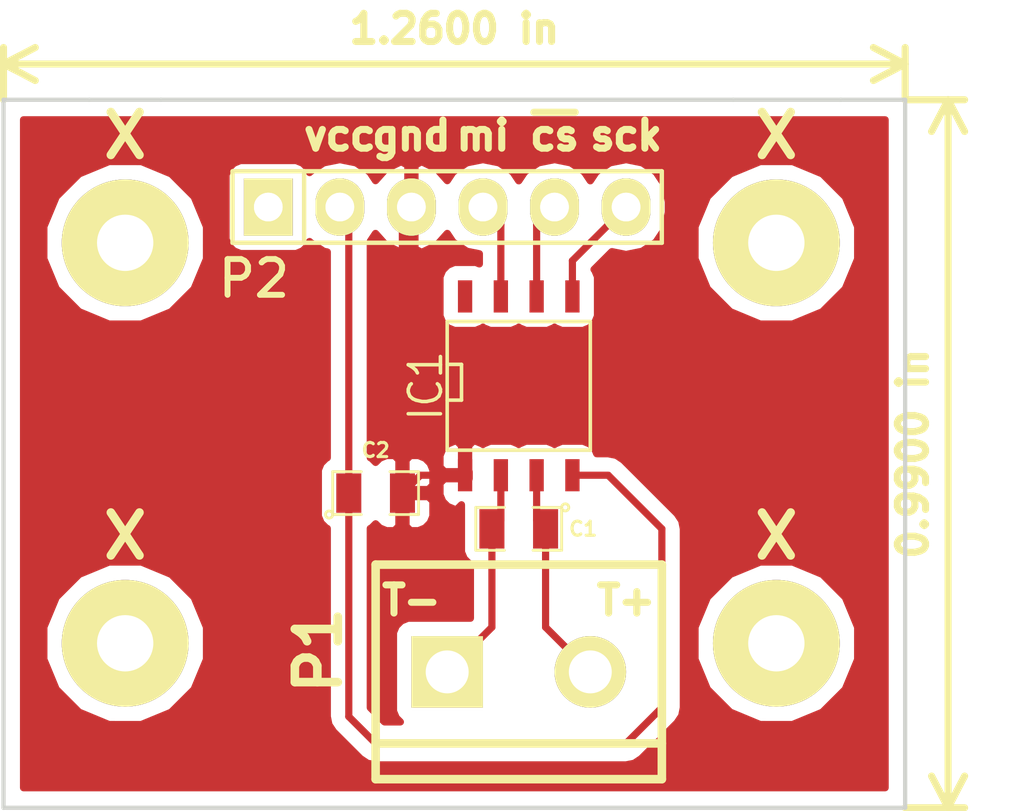
<source format=kicad_pcb>
(kicad_pcb (version 4) (host pcbnew "(2014-08-29 BZR 5106)-product")

  (general
    (links 17)
    (no_connects 0)
    (area 71.595889 96.985 130.588112 127.2032)
    (thickness 1.6)
    (drawings 17)
    (tracks 29)
    (zones 0)
    (modules 10)
    (nets 10)
  )

  (page A4)
  (layers
    (0 F.Cu signal)
    (31 B.Cu signal)
    (32 B.Adhes user)
    (33 F.Adhes user)
    (34 B.Paste user)
    (35 F.Paste user)
    (36 B.SilkS user)
    (37 F.SilkS user)
    (38 B.Mask user)
    (39 F.Mask user)
    (40 Dwgs.User user)
    (41 Cmts.User user)
    (42 Eco1.User user)
    (43 Eco2.User user)
    (44 Edge.Cuts user)
    (45 Margin user)
    (46 B.CrtYd user)
    (47 F.CrtYd user)
    (48 B.Fab user)
    (49 F.Fab user)
  )

  (setup
    (last_trace_width 0.254)
    (trace_clearance 0.254)
    (zone_clearance 0.508)
    (zone_45_only no)
    (trace_min 0.254)
    (segment_width 0.2)
    (edge_width 0.15)
    (via_size 0.889)
    (via_drill 0.635)
    (via_min_size 0.889)
    (via_min_drill 0.508)
    (uvia_size 0.508)
    (uvia_drill 0.127)
    (uvias_allowed no)
    (uvia_min_size 0.508)
    (uvia_min_drill 0.127)
    (pcb_text_width 0.3)
    (pcb_text_size 1 1)
    (mod_edge_width 0.15)
    (mod_text_size 1 1)
    (mod_text_width 0.15)
    (pad_size 5.5 5.5)
    (pad_drill 5)
    (pad_to_mask_clearance 0)
    (aux_axis_origin 0 0)
    (visible_elements FFFDFF7F)
    (pcbplotparams
      (layerselection 0x01030_00000001)
      (usegerberextensions false)
      (excludeedgelayer true)
      (linewidth 0.100000)
      (plotframeref false)
      (viasonmask false)
      (mode 1)
      (useauxorigin false)
      (hpglpennumber 1)
      (hpglpenspeed 20)
      (hpglpendiameter 15)
      (hpglpenoverlay 2)
      (psnegative false)
      (psa4output false)
      (plotreference true)
      (plotvalue true)
      (plotinvisibletext false)
      (padsonsilk false)
      (subtractmaskfromsilk false)
      (outputformat 4)
      (mirror false)
      (drillshape 0)
      (scaleselection 1)
      (outputdirectory /home/alvaro/Documentos/Embebidos/Proyecto/hija3/))
  )

  (net 0 "")
  (net 1 "Net-(C1-Pad1)")
  (net 2 "Net-(C1-Pad2)")
  (net 3 "Net-(C2-Pad1)")
  (net 4 GND)
  (net 5 "Net-(IC1-Pad8)")
  (net 6 "Net-(IC1-Pad7)")
  (net 7 "Net-(IC1-Pad6)")
  (net 8 "Net-(IC1-Pad5)")
  (net 9 "Net-(P2-Pad1)")

  (net_class Default "This is the default net class."
    (clearance 0.254)
    (trace_width 0.254)
    (via_dia 0.889)
    (via_drill 0.635)
    (uvia_dia 0.508)
    (uvia_drill 0.127)
    (add_net GND)
    (add_net "Net-(C1-Pad1)")
    (add_net "Net-(C1-Pad2)")
    (add_net "Net-(C2-Pad1)")
    (add_net "Net-(IC1-Pad5)")
    (add_net "Net-(IC1-Pad6)")
    (add_net "Net-(IC1-Pad7)")
    (add_net "Net-(IC1-Pad8)")
    (add_net "Net-(P2-Pad1)")
  )

  (module Pin_Headers:Pin_Header_Straight_1x06 placed (layer F.Cu) (tedit 54186965) (tstamp 54186BFA)
    (at 101.6 104.14)
    (descr "Through hole pin header")
    (tags "pin header")
    (path /5415CD1B)
    (fp_text reference P2 (at -6.858 2.54) (layer F.SilkS)
      (effects (font (size 1.27 1.27) (thickness 0.2032)))
    )
    (fp_text value CONN_01X06 (at 0 0) (layer F.SilkS) hide
      (effects (font (size 1.27 1.27) (thickness 0.2032)))
    )
    (fp_line (start -5.08 -1.27) (end 7.62 -1.27) (layer F.SilkS) (width 0.15))
    (fp_line (start 7.62 -1.27) (end 7.62 1.27) (layer F.SilkS) (width 0.15))
    (fp_line (start 7.62 1.27) (end -5.08 1.27) (layer F.SilkS) (width 0.15))
    (fp_line (start -7.62 -1.27) (end -5.08 -1.27) (layer F.SilkS) (width 0.15))
    (fp_line (start -5.08 -1.27) (end -5.08 1.27) (layer F.SilkS) (width 0.15))
    (fp_line (start -7.62 -1.27) (end -7.62 1.27) (layer F.SilkS) (width 0.15))
    (fp_line (start -7.62 1.27) (end -5.08 1.27) (layer F.SilkS) (width 0.15))
    (pad 1 thru_hole rect (at -6.35 0) (size 1.7272 2.032) (drill 1.016) (layers *.Cu *.Mask F.SilkS)
      (net 9 "Net-(P2-Pad1)"))
    (pad 2 thru_hole oval (at -3.81 0) (size 1.7272 2.032) (drill 1.016) (layers *.Cu *.Mask F.SilkS)
      (net 3 "Net-(C2-Pad1)"))
    (pad 3 thru_hole oval (at -1.27 0) (size 1.7272 2.032) (drill 1.016) (layers *.Cu *.Mask F.SilkS)
      (net 4 GND))
    (pad 4 thru_hole oval (at 1.27 0) (size 1.7272 2.032) (drill 1.016) (layers *.Cu *.Mask F.SilkS)
      (net 6 "Net-(IC1-Pad7)"))
    (pad 5 thru_hole oval (at 3.81 0) (size 1.7272 2.032) (drill 1.016) (layers *.Cu *.Mask F.SilkS)
      (net 7 "Net-(IC1-Pad6)"))
    (pad 6 thru_hole oval (at 6.35 0) (size 1.7272 2.032) (drill 1.016) (layers *.Cu *.Mask F.SilkS)
      (net 8 "Net-(IC1-Pad5)"))
    (model Pin_Headers/Pin_Header_Straight_1x06.wrl
      (at (xyz 0 0 0))
      (scale (xyz 1 1 1))
      (rotate (xyz 0 0 0))
    )
  )

  (module SMD_Packages:SMD-0805 placed (layer F.Cu) (tedit 54186992) (tstamp 5417033C)
    (at 104.14 115.57 180)
    (path /5415CC8A)
    (attr smd)
    (fp_text reference C1 (at -2.286 0 180) (layer F.SilkS)
      (effects (font (size 0.50038 0.50038) (thickness 0.10922)))
    )
    (fp_text value 10nF (at 0 0.381 180) (layer F.SilkS) hide
      (effects (font (size 0.50038 0.50038) (thickness 0.10922)))
    )
    (fp_circle (center -1.651 0.762) (end -1.651 0.635) (layer F.SilkS) (width 0.09906))
    (fp_line (start -0.508 0.762) (end -1.524 0.762) (layer F.SilkS) (width 0.09906))
    (fp_line (start -1.524 0.762) (end -1.524 -0.762) (layer F.SilkS) (width 0.09906))
    (fp_line (start -1.524 -0.762) (end -0.508 -0.762) (layer F.SilkS) (width 0.09906))
    (fp_line (start 0.508 -0.762) (end 1.524 -0.762) (layer F.SilkS) (width 0.09906))
    (fp_line (start 1.524 -0.762) (end 1.524 0.762) (layer F.SilkS) (width 0.09906))
    (fp_line (start 1.524 0.762) (end 0.508 0.762) (layer F.SilkS) (width 0.09906))
    (pad 1 smd rect (at -0.9525 0 180) (size 0.889 1.397) (layers F.Cu F.Paste F.Mask)
      (net 1 "Net-(C1-Pad1)"))
    (pad 2 smd rect (at 0.9525 0 180) (size 0.889 1.397) (layers F.Cu F.Paste F.Mask)
      (net 2 "Net-(C1-Pad2)"))
    (model smd/chip_cms.wrl
      (at (xyz 0 0 0))
      (scale (xyz 0.1 0.1 0.1))
      (rotate (xyz 0 0 0))
    )
  )

  (module SMD_Packages:SMD-0805 placed (layer F.Cu) (tedit 54186984) (tstamp 54170349)
    (at 99.06 114.3)
    (path /5415CC1F)
    (attr smd)
    (fp_text reference C2 (at 0 -1.524) (layer F.SilkS)
      (effects (font (size 0.50038 0.50038) (thickness 0.10922)))
    )
    (fp_text value 0.1uF (at 0 0.381) (layer F.SilkS) hide
      (effects (font (size 0.50038 0.50038) (thickness 0.10922)))
    )
    (fp_circle (center -1.651 0.762) (end -1.651 0.635) (layer F.SilkS) (width 0.09906))
    (fp_line (start -0.508 0.762) (end -1.524 0.762) (layer F.SilkS) (width 0.09906))
    (fp_line (start -1.524 0.762) (end -1.524 -0.762) (layer F.SilkS) (width 0.09906))
    (fp_line (start -1.524 -0.762) (end -0.508 -0.762) (layer F.SilkS) (width 0.09906))
    (fp_line (start 0.508 -0.762) (end 1.524 -0.762) (layer F.SilkS) (width 0.09906))
    (fp_line (start 1.524 -0.762) (end 1.524 0.762) (layer F.SilkS) (width 0.09906))
    (fp_line (start 1.524 0.762) (end 0.508 0.762) (layer F.SilkS) (width 0.09906))
    (pad 1 smd rect (at -0.9525 0) (size 0.889 1.397) (layers F.Cu F.Paste F.Mask)
      (net 3 "Net-(C2-Pad1)"))
    (pad 2 smd rect (at 0.9525 0) (size 0.889 1.397) (layers F.Cu F.Paste F.Mask)
      (net 4 GND))
    (model smd/chip_cms.wrl
      (at (xyz 0 0 0))
      (scale (xyz 0.1 0.1 0.1))
      (rotate (xyz 0 0 0))
    )
  )

  (module SMD_Packages:SOIC-8-N placed (layer F.Cu) (tedit 541869A3) (tstamp 5417035C)
    (at 104.14 110.49)
    (descr "Module Narrow CMS SOJ 8 pins large")
    (tags "CMS SOJ")
    (path /5415CB95)
    (attr smd)
    (fp_text reference IC1 (at -3.302 0 90) (layer F.SilkS)
      (effects (font (size 1.143 1.016) (thickness 0.127)))
    )
    (fp_text value MAX31855 (at 0 1.27) (layer F.SilkS) hide
      (effects (font (size 1.016 1.016) (thickness 0.127)))
    )
    (fp_line (start -2.54 -2.286) (end 2.54 -2.286) (layer F.SilkS) (width 0.127))
    (fp_line (start 2.54 -2.286) (end 2.54 2.286) (layer F.SilkS) (width 0.127))
    (fp_line (start 2.54 2.286) (end -2.54 2.286) (layer F.SilkS) (width 0.127))
    (fp_line (start -2.54 2.286) (end -2.54 -2.286) (layer F.SilkS) (width 0.127))
    (fp_line (start -2.54 -0.762) (end -2.032 -0.762) (layer F.SilkS) (width 0.127))
    (fp_line (start -2.032 -0.762) (end -2.032 0.508) (layer F.SilkS) (width 0.127))
    (fp_line (start -2.032 0.508) (end -2.54 0.508) (layer F.SilkS) (width 0.127))
    (pad 8 smd rect (at -1.905 -3.175) (size 0.508 1.143) (layers F.Cu F.Paste F.Mask)
      (net 5 "Net-(IC1-Pad8)"))
    (pad 7 smd rect (at -0.635 -3.175) (size 0.508 1.143) (layers F.Cu F.Paste F.Mask)
      (net 6 "Net-(IC1-Pad7)"))
    (pad 6 smd rect (at 0.635 -3.175) (size 0.508 1.143) (layers F.Cu F.Paste F.Mask)
      (net 7 "Net-(IC1-Pad6)"))
    (pad 5 smd rect (at 1.905 -3.175) (size 0.508 1.143) (layers F.Cu F.Paste F.Mask)
      (net 8 "Net-(IC1-Pad5)"))
    (pad 4 smd rect (at 1.905 3.175) (size 0.508 1.143) (layers F.Cu F.Paste F.Mask)
      (net 3 "Net-(C2-Pad1)"))
    (pad 3 smd rect (at 0.635 3.175) (size 0.508 1.143) (layers F.Cu F.Paste F.Mask)
      (net 1 "Net-(C1-Pad1)"))
    (pad 2 smd rect (at -0.635 3.175) (size 0.508 1.143) (layers F.Cu F.Paste F.Mask)
      (net 2 "Net-(C1-Pad2)"))
    (pad 1 smd rect (at -1.905 3.175) (size 0.508 1.143) (layers F.Cu F.Paste F.Mask)
      (net 4 GND))
    (model smd/cms_so8.wrl
      (at (xyz 0 0 0))
      (scale (xyz 0.5 0.38 0.5))
      (rotate (xyz 0 0 0))
    )
  )

  (module Connect:bornier2 placed (layer F.Cu) (tedit 541869B0) (tstamp 54170367)
    (at 104.14 120.65)
    (descr "Bornier d'alimentation 2 pins")
    (tags DEV)
    (path /5415CD74)
    (fp_text reference P1 (at -7.112 -0.762 90) (layer F.SilkS)
      (effects (font (thickness 0.3048)))
    )
    (fp_text value CONN_01X02 (at 0 5.08) (layer F.SilkS) hide
      (effects (font (thickness 0.3048)))
    )
    (fp_line (start 5.08 2.54) (end -5.08 2.54) (layer F.SilkS) (width 0.3048))
    (fp_line (start 5.08 3.81) (end 5.08 -3.81) (layer F.SilkS) (width 0.3048))
    (fp_line (start 5.08 -3.81) (end -5.08 -3.81) (layer F.SilkS) (width 0.3048))
    (fp_line (start -5.08 -3.81) (end -5.08 3.81) (layer F.SilkS) (width 0.3048))
    (fp_line (start -5.08 3.81) (end 5.08 3.81) (layer F.SilkS) (width 0.3048))
    (pad 1 thru_hole rect (at -2.54 0) (size 2.54 2.54) (drill 1.524) (layers *.Cu *.Mask F.SilkS)
      (net 2 "Net-(C1-Pad2)"))
    (pad 2 thru_hole circle (at 2.54 0) (size 2.54 2.54) (drill 1.524) (layers *.Cu *.Mask F.SilkS)
      (net 1 "Net-(C1-Pad1)"))
    (model Device/bornier_2.wrl
      (at (xyz 0 0 0))
      (scale (xyz 1 1 1))
      (rotate (xyz 0 0 0))
    )
  )

  (module Pin_Headers:Pin_Header_Straight_1x06 placed (layer F.Cu) (tedit 54186965) (tstamp 54170378)
    (at 101.6 104.14)
    (descr "Through hole pin header")
    (tags "pin header")
    (path /5415CD1B)
    (fp_text reference P2 (at -6.858 2.54) (layer F.SilkS)
      (effects (font (size 1.27 1.27) (thickness 0.2032)))
    )
    (fp_text value CONN_01X06 (at 0 0) (layer F.SilkS) hide
      (effects (font (size 1.27 1.27) (thickness 0.2032)))
    )
    (fp_line (start -5.08 -1.27) (end 7.62 -1.27) (layer F.SilkS) (width 0.15))
    (fp_line (start 7.62 -1.27) (end 7.62 1.27) (layer F.SilkS) (width 0.15))
    (fp_line (start 7.62 1.27) (end -5.08 1.27) (layer F.SilkS) (width 0.15))
    (fp_line (start -7.62 -1.27) (end -5.08 -1.27) (layer F.SilkS) (width 0.15))
    (fp_line (start -5.08 -1.27) (end -5.08 1.27) (layer F.SilkS) (width 0.15))
    (fp_line (start -7.62 -1.27) (end -7.62 1.27) (layer F.SilkS) (width 0.15))
    (fp_line (start -7.62 1.27) (end -5.08 1.27) (layer F.SilkS) (width 0.15))
    (pad 1 thru_hole rect (at -6.35 0) (size 1.7272 2.032) (drill 1.016) (layers *.Cu *.Mask F.SilkS)
      (net 9 "Net-(P2-Pad1)"))
    (pad 2 thru_hole oval (at -3.81 0) (size 1.7272 2.032) (drill 1.016) (layers *.Cu *.Mask F.SilkS)
      (net 3 "Net-(C2-Pad1)"))
    (pad 3 thru_hole oval (at -1.27 0) (size 1.7272 2.032) (drill 1.016) (layers *.Cu *.Mask F.SilkS)
      (net 4 GND))
    (pad 4 thru_hole oval (at 1.27 0) (size 1.7272 2.032) (drill 1.016) (layers *.Cu *.Mask F.SilkS)
      (net 6 "Net-(IC1-Pad7)"))
    (pad 5 thru_hole oval (at 3.81 0) (size 1.7272 2.032) (drill 1.016) (layers *.Cu *.Mask F.SilkS)
      (net 7 "Net-(IC1-Pad6)"))
    (pad 6 thru_hole oval (at 6.35 0) (size 1.7272 2.032) (drill 1.016) (layers *.Cu *.Mask F.SilkS)
      (net 8 "Net-(IC1-Pad5)"))
    (model Pin_Headers/Pin_Header_Straight_1x06.wrl
      (at (xyz 0 0 0))
      (scale (xyz 1 1 1))
      (rotate (xyz 0 0 0))
    )
  )

  (module Wire_Pads:SolderWirePad_single_2mmDrill (layer F.Cu) (tedit 5419BDFA) (tstamp 5419BDFA)
    (at 113.284 105.41)
    (fp_text reference X (at 0 -3.81) (layer F.SilkS)
      (effects (font (thickness 0.3048)))
    )
    (fp_text value SolderWirePad_single_2mmDrill (at -0.635 3.81) (layer F.SilkS) hide
      (effects (font (size 1.50114 1.50114) (thickness 0.20066)))
    )
    (pad 1 thru_hole circle (at 0 0) (size 4.50088 4.50088) (drill 1.99898) (layers *.Cu *.Mask F.SilkS))
  )

  (module Wire_Pads:SolderWirePad_single_2mmDrill (layer F.Cu) (tedit 5419BE05) (tstamp 5419BE05)
    (at 90.17 119.634)
    (fp_text reference X (at 0 -3.81) (layer F.SilkS)
      (effects (font (thickness 0.3048)))
    )
    (fp_text value SolderWirePad_single_2mmDrill (at -0.635 3.81) (layer F.SilkS) hide
      (effects (font (size 1.50114 1.50114) (thickness 0.20066)))
    )
    (pad 1 thru_hole circle (at 0 0) (size 4.50088 4.50088) (drill 1.99898) (layers *.Cu *.Mask F.SilkS))
  )

  (module Wire_Pads:SolderWirePad_single_2mmDrill (layer F.Cu) (tedit 5419BE09) (tstamp 5419BE0A)
    (at 90.17 105.41)
    (fp_text reference X (at 0 -3.81) (layer F.SilkS)
      (effects (font (thickness 0.3048)))
    )
    (fp_text value SolderWirePad_single_2mmDrill (at -0.635 3.81) (layer F.SilkS) hide
      (effects (font (size 1.50114 1.50114) (thickness 0.20066)))
    )
    (pad 1 thru_hole circle (at 0 0) (size 4.50088 4.50088) (drill 1.99898) (layers *.Cu *.Mask F.SilkS))
  )

  (module Wire_Pads:SolderWirePad_single_2mmDrill (layer F.Cu) (tedit 5419BE0C) (tstamp 5419BE0F)
    (at 113.284 119.634)
    (fp_text reference X (at 0 -3.81) (layer F.SilkS)
      (effects (font (thickness 0.3048)))
    )
    (fp_text value SolderWirePad_single_2mmDrill (at -0.635 3.81) (layer F.SilkS) hide
      (effects (font (size 1.50114 1.50114) (thickness 0.20066)))
    )
    (pad 1 thru_hole circle (at 0 0) (size 4.50088 4.50088) (drill 1.99898) (layers *.Cu *.Mask F.SilkS))
  )

  (dimension 25.146 (width 0.25) (layer F.SilkS)
    (gr_text 25,146mm (at 120.38 112.903 270) (layer F.SilkS)
      (effects (font (size 1 1) (thickness 0.25)))
    )
    (feature1 (pts (xy 117.856 125.476) (xy 121.38 125.476)))
    (feature2 (pts (xy 117.856 100.33) (xy 121.38 100.33)))
    (crossbar (pts (xy 119.38 100.33) (xy 119.38 125.476)))
    (arrow1a (pts (xy 119.38 125.476) (xy 118.793579 124.349496)))
    (arrow1b (pts (xy 119.38 125.476) (xy 119.966421 124.349496)))
    (arrow2a (pts (xy 119.38 100.33) (xy 118.793579 101.456504)))
    (arrow2b (pts (xy 119.38 100.33) (xy 119.966421 101.456504)))
  )
  (dimension 32.004 (width 0.25) (layer F.SilkS)
    (gr_text 32,004mm (at 101.854 98.06) (layer F.SilkS)
      (effects (font (size 1 1) (thickness 0.25)))
    )
    (feature1 (pts (xy 117.856 100.33) (xy 117.856 97.06)))
    (feature2 (pts (xy 85.852 100.33) (xy 85.852 97.06)))
    (crossbar (pts (xy 85.852 99.06) (xy 117.856 99.06)))
    (arrow1a (pts (xy 117.856 99.06) (xy 116.729496 99.646421)))
    (arrow1b (pts (xy 117.856 99.06) (xy 116.729496 98.473579)))
    (arrow2a (pts (xy 85.852 99.06) (xy 86.978504 99.646421)))
    (arrow2b (pts (xy 85.852 99.06) (xy 86.978504 98.473579)))
  )
  (gr_line (start 85.852 100.33) (end 85.852 125.476) (angle 90) (layer Edge.Cuts) (width 0.15))
  (gr_line (start 117.856 100.33) (end 117.856 125.476) (angle 90) (layer Edge.Cuts) (width 0.15))
  (gr_line (start 85.852 125.476) (end 117.856 125.476) (angle 90) (layer Edge.Cuts) (width 0.15))
  (gr_line (start 88.9 100.33) (end 85.852 100.33) (angle 90) (layer Edge.Cuts) (width 0.15))
  (gr_line (start 115.57 100.33) (end 117.856 100.33) (angle 90) (layer Edge.Cuts) (width 0.15))
  (gr_line (start 88.9 100.33) (end 91.44 100.33) (angle 90) (layer Edge.Cuts) (width 0.15))
  (gr_line (start 115.57 100.33) (end 111.76 100.33) (angle 90) (layer Edge.Cuts) (width 0.15))
  (gr_text vcc (at 97.79 101.6) (layer F.SilkS)
    (effects (font (size 1 1) (thickness 0.25)))
  )
  (gr_text sck (at 107.95 101.6) (layer F.SilkS)
    (effects (font (size 1 1) (thickness 0.25)))
  )
  (gr_text ~cs (at 105.41 101.6) (layer F.SilkS)
    (effects (font (size 1 1) (thickness 0.25)))
  )
  (gr_text mi (at 102.87 101.6) (layer F.SilkS)
    (effects (font (size 1 1) (thickness 0.25)))
  )
  (gr_text T- (at 100.33 118.11) (layer F.SilkS)
    (effects (font (size 1 1) (thickness 0.25)))
  )
  (gr_text T+ (at 107.95 118.11) (layer F.SilkS)
    (effects (font (size 1 1) (thickness 0.25)))
  )
  (gr_text gnd (at 100.33 101.6) (layer F.SilkS)
    (effects (font (size 1 1) (thickness 0.25)))
  )
  (gr_line (start 111.76 100.33) (end 91.44 100.33) (angle 90) (layer Edge.Cuts) (width 0.15))

  (segment (start 105.0925 115.57) (end 105.0925 119.0625) (width 0.254) (layer F.Cu) (net 1))
  (segment (start 105.0925 119.0625) (end 106.68 120.65) (width 0.254) (layer F.Cu) (net 1) (tstamp 54170651))
  (segment (start 104.775 113.665) (end 104.775 115.2525) (width 0.254) (layer F.Cu) (net 1))
  (segment (start 104.775 115.2525) (end 105.0925 115.57) (width 0.254) (layer F.Cu) (net 1) (tstamp 541705F0))
  (segment (start 103.1875 115.57) (end 103.1875 119.0625) (width 0.254) (layer F.Cu) (net 2))
  (segment (start 103.1875 119.0625) (end 101.6 120.65) (width 0.254) (layer F.Cu) (net 2) (tstamp 5417063E))
  (segment (start 103.505 113.665) (end 103.505 115.2525) (width 0.254) (layer F.Cu) (net 2))
  (segment (start 103.505 115.2525) (end 103.1875 115.57) (width 0.254) (layer F.Cu) (net 2) (tstamp 541705E7))
  (segment (start 98.1075 114.3) (end 98.1075 104.4575) (width 0.254) (layer F.Cu) (net 3))
  (segment (start 98.1075 104.4575) (end 97.79 104.14) (width 0.254) (layer F.Cu) (net 3) (tstamp 541706B4))
  (segment (start 106.045 113.665) (end 107.315 113.665) (width 0.254) (layer F.Cu) (net 3))
  (segment (start 98.1075 122.2375) (end 98.1075 114.3) (width 0.254) (layer F.Cu) (net 3) (tstamp 541706A6))
  (segment (start 99.06 123.19) (end 98.1075 122.2375) (width 0.254) (layer F.Cu) (net 3) (tstamp 541706A3))
  (segment (start 107.95 123.19) (end 99.06 123.19) (width 0.254) (layer F.Cu) (net 3) (tstamp 5417069B))
  (segment (start 109.22 121.92) (end 107.95 123.19) (width 0.254) (layer F.Cu) (net 3) (tstamp 54170698))
  (segment (start 109.22 115.57) (end 109.22 121.92) (width 0.254) (layer F.Cu) (net 3) (tstamp 5417068F))
  (segment (start 107.315 113.665) (end 109.22 115.57) (width 0.254) (layer F.Cu) (net 3) (tstamp 54170681))
  (segment (start 100.0125 114.3) (end 100.0125 104.4575) (width 0.254) (layer F.Cu) (net 4))
  (segment (start 100.0125 104.4575) (end 100.33 104.14) (width 0.254) (layer F.Cu) (net 4) (tstamp 5417066C))
  (segment (start 102.235 113.665) (end 100.6475 113.665) (width 0.254) (layer F.Cu) (net 4))
  (segment (start 100.6475 113.665) (end 100.0125 114.3) (width 0.254) (layer F.Cu) (net 4) (tstamp 5417065D))
  (segment (start 100.0125 104.4575) (end 100.33 104.14) (width 0.254) (layer F.Cu) (net 4) (tstamp 54186C0A))
  (segment (start 100.0125 114.3) (end 100.0125 104.4575) (width 0.254) (layer F.Cu) (net 4) (tstamp 54186C0B))
  (segment (start 103.505 107.315) (end 103.505 104.775) (width 0.254) (layer F.Cu) (net 6))
  (segment (start 103.505 104.775) (end 102.87 104.14) (width 0.254) (layer F.Cu) (net 6) (tstamp 541706BF))
  (segment (start 104.775 107.315) (end 104.775 104.775) (width 0.254) (layer F.Cu) (net 7))
  (segment (start 104.775 104.775) (end 105.41 104.14) (width 0.254) (layer F.Cu) (net 7) (tstamp 541706C7))
  (segment (start 106.045 107.315) (end 106.045 106.045) (width 0.254) (layer F.Cu) (net 8))
  (segment (start 106.045 106.045) (end 107.95 104.14) (width 0.254) (layer F.Cu) (net 8) (tstamp 541706CD))

  (zone (net 4) (net_name GND) (layer F.Cu) (tstamp 5419C1DD) (hatch edge 0.508)
    (connect_pads (clearance 0.508))
    (min_thickness 0.254)
    (fill yes (arc_segments 16) (thermal_gap 0.508) (thermal_bridge_width 0.508))
    (polygon
      (pts
        (xy 117.602 124.968) (xy 86.106 124.968) (xy 86.36 100.838) (xy 117.602 100.838)
      )
    )
    (filled_polygon
      (pts
        (xy 117.146 124.766) (xy 116.16994 124.766) (xy 116.16994 119.062569) (xy 116.16994 104.838569) (xy 115.731583 103.777665)
        (xy 114.920604 102.965269) (xy 113.860467 102.525062) (xy 112.712569 102.52406) (xy 111.651665 102.962417) (xy 110.839269 103.773396)
        (xy 110.399062 104.833533) (xy 110.39806 105.981431) (xy 110.836417 107.042335) (xy 111.647396 107.854731) (xy 112.707533 108.294938)
        (xy 113.855431 108.29594) (xy 114.916335 107.857583) (xy 115.728731 107.046604) (xy 116.168938 105.986467) (xy 116.16994 104.838569)
        (xy 116.16994 119.062569) (xy 115.731583 118.001665) (xy 114.920604 117.189269) (xy 113.860467 116.749062) (xy 112.712569 116.74806)
        (xy 111.651665 117.186417) (xy 110.839269 117.997396) (xy 110.399062 119.057533) (xy 110.39806 120.205431) (xy 110.836417 121.266335)
        (xy 111.647396 122.078731) (xy 112.707533 122.518938) (xy 113.855431 122.51994) (xy 114.916335 122.081583) (xy 115.728731 121.270604)
        (xy 116.168938 120.210467) (xy 116.16994 119.062569) (xy 116.16994 124.766) (xy 109.982 124.766) (xy 109.982 121.92)
        (xy 109.982 115.57) (xy 109.923996 115.278396) (xy 109.923996 115.278395) (xy 109.758815 115.031185) (xy 109.4486 114.72097)
        (xy 109.4486 104.324745) (xy 109.4486 103.955255) (xy 109.334526 103.381766) (xy 109.00967 102.895585) (xy 108.523489 102.570729)
        (xy 107.95 102.456655) (xy 107.376511 102.570729) (xy 106.89033 102.895585) (xy 106.68 103.210365) (xy 106.46967 102.895585)
        (xy 105.983489 102.570729) (xy 105.41 102.456655) (xy 104.836511 102.570729) (xy 104.35033 102.895585) (xy 104.14 103.210365)
        (xy 103.92967 102.895585) (xy 103.443489 102.570729) (xy 102.87 102.456655) (xy 102.296511 102.570729) (xy 101.81033 102.895585)
        (xy 101.603539 103.205069) (xy 101.232036 102.789268) (xy 100.704791 102.535291) (xy 100.689026 102.532642) (xy 100.457 102.653783)
        (xy 100.457 104.013) (xy 100.477 104.013) (xy 100.477 104.267) (xy 100.457 104.267) (xy 100.457 105.626217)
        (xy 100.689026 105.747358) (xy 100.704791 105.744709) (xy 101.232036 105.490732) (xy 101.603539 105.07493) (xy 101.81033 105.384415)
        (xy 102.296511 105.709271) (xy 102.743 105.798083) (xy 102.743 106.16139) (xy 102.61531 106.1085) (xy 102.362691 106.1085)
        (xy 101.854691 106.1085) (xy 101.621302 106.205173) (xy 101.442673 106.383801) (xy 101.346 106.61719) (xy 101.346 106.869809)
        (xy 101.346 108.012809) (xy 101.442673 108.246198) (xy 101.621301 108.424827) (xy 101.85469 108.5215) (xy 102.107309 108.5215)
        (xy 102.615309 108.5215) (xy 102.848698 108.424827) (xy 102.869999 108.403525) (xy 102.891301 108.424827) (xy 103.12469 108.5215)
        (xy 103.377309 108.5215) (xy 103.885309 108.5215) (xy 104.118698 108.424827) (xy 104.139999 108.403525) (xy 104.161301 108.424827)
        (xy 104.39469 108.5215) (xy 104.647309 108.5215) (xy 105.155309 108.5215) (xy 105.388698 108.424827) (xy 105.409999 108.403525)
        (xy 105.431301 108.424827) (xy 105.66469 108.5215) (xy 105.917309 108.5215) (xy 106.425309 108.5215) (xy 106.658698 108.424827)
        (xy 106.837327 108.246199) (xy 106.934 108.01281) (xy 106.934 107.760191) (xy 106.934 106.617191) (xy 106.837327 106.383802)
        (xy 106.810577 106.357052) (xy 107.444779 105.72285) (xy 107.95 105.823345) (xy 108.523489 105.709271) (xy 109.00967 105.384415)
        (xy 109.334526 104.898234) (xy 109.4486 104.324745) (xy 109.4486 114.72097) (xy 107.853815 113.126185) (xy 107.606605 112.961004)
        (xy 107.315 112.903) (xy 106.907411 112.903) (xy 106.837327 112.733802) (xy 106.658699 112.555173) (xy 106.42531 112.4585)
        (xy 106.172691 112.4585) (xy 105.664691 112.4585) (xy 105.431302 112.555173) (xy 105.41 112.576474) (xy 105.388699 112.555173)
        (xy 105.15531 112.4585) (xy 104.902691 112.4585) (xy 104.394691 112.4585) (xy 104.161302 112.555173) (xy 104.14 112.576474)
        (xy 104.118699 112.555173) (xy 103.88531 112.4585) (xy 103.632691 112.4585) (xy 103.124691 112.4585) (xy 102.891302 112.555173)
        (xy 102.87 112.576474) (xy 102.848698 112.555173) (xy 102.615309 112.4585) (xy 102.52075 112.4585) (xy 102.362 112.61725)
        (xy 102.362 113.538) (xy 102.382 113.538) (xy 102.382 113.792) (xy 102.362 113.792) (xy 102.362 113.812)
        (xy 102.108 113.812) (xy 102.108 113.792) (xy 102.108 113.538) (xy 102.108 112.61725) (xy 101.94925 112.4585)
        (xy 101.854691 112.4585) (xy 101.621302 112.555173) (xy 101.442673 112.733801) (xy 101.346 112.96719) (xy 101.346 113.219809)
        (xy 101.346 113.37925) (xy 101.50475 113.538) (xy 102.108 113.538) (xy 102.108 113.792) (xy 101.50475 113.792)
        (xy 101.346 113.95075) (xy 101.346 114.110191) (xy 101.346 114.36281) (xy 101.442673 114.596199) (xy 101.621302 114.774827)
        (xy 101.854691 114.8715) (xy 101.94925 114.8715) (xy 102.107998 114.712752) (xy 102.107998 114.8715) (xy 102.108 114.8715)
        (xy 102.108 114.997809) (xy 102.108 116.394809) (xy 102.204673 116.628198) (xy 102.383301 116.806827) (xy 102.4255 116.824306)
        (xy 102.4255 118.745) (xy 101.092 118.745) (xy 101.092 115.12481) (xy 101.092 114.872191) (xy 101.092 114.58575)
        (xy 101.092 114.01425) (xy 101.092 113.727809) (xy 101.092 113.47519) (xy 100.995327 113.241801) (xy 100.816698 113.063173)
        (xy 100.583309 112.9665) (xy 100.29825 112.9665) (xy 100.1395 113.12525) (xy 100.1395 114.173) (xy 100.93325 114.173)
        (xy 101.092 114.01425) (xy 101.092 114.58575) (xy 100.93325 114.427) (xy 100.1395 114.427) (xy 100.1395 115.47475)
        (xy 100.29825 115.6335) (xy 100.583309 115.6335) (xy 100.816698 115.536827) (xy 100.995327 115.358199) (xy 101.092 115.12481)
        (xy 101.092 118.745) (xy 100.203691 118.745) (xy 99.970302 118.841673) (xy 99.791673 119.020301) (xy 99.695 119.25369)
        (xy 99.695 119.506309) (xy 99.695 122.046309) (xy 99.791673 122.279698) (xy 99.939974 122.428) (xy 99.37563 122.428)
        (xy 98.8695 121.921869) (xy 98.8695 115.554306) (xy 98.911698 115.536827) (xy 99.06 115.388525) (xy 99.208302 115.536827)
        (xy 99.441691 115.6335) (xy 99.72675 115.6335) (xy 99.8855 115.47475) (xy 99.8855 114.427) (xy 99.8655 114.427)
        (xy 99.8655 114.173) (xy 99.8855 114.173) (xy 99.8855 113.12525) (xy 99.72675 112.9665) (xy 99.441691 112.9665)
        (xy 99.208302 113.063173) (xy 99.059999 113.211474) (xy 98.911699 113.063173) (xy 98.8695 113.045693) (xy 98.8695 105.354737)
        (xy 99.05646 105.07493) (xy 99.427964 105.490732) (xy 99.955209 105.744709) (xy 99.970974 105.747358) (xy 100.203 105.626217)
        (xy 100.203 104.267) (xy 100.183 104.267) (xy 100.183 104.013) (xy 100.203 104.013) (xy 100.203 102.653783)
        (xy 99.970974 102.532642) (xy 99.955209 102.535291) (xy 99.427964 102.789268) (xy 99.05646 103.205069) (xy 98.84967 102.895585)
        (xy 98.363489 102.570729) (xy 97.79 102.456655) (xy 97.216511 102.570729) (xy 96.73033 102.895585) (xy 96.715499 102.91778)
        (xy 96.651927 102.764302) (xy 96.473299 102.585673) (xy 96.23991 102.489) (xy 95.987291 102.489) (xy 94.260091 102.489)
        (xy 94.026702 102.585673) (xy 93.848073 102.764301) (xy 93.7514 102.99769) (xy 93.7514 103.250309) (xy 93.7514 105.282309)
        (xy 93.848073 105.515698) (xy 94.026701 105.694327) (xy 94.26009 105.791) (xy 94.512709 105.791) (xy 96.239909 105.791)
        (xy 96.473298 105.694327) (xy 96.651927 105.515699) (xy 96.7155 105.36222) (xy 96.73033 105.384415) (xy 97.216511 105.709271)
        (xy 97.3455 105.734928) (xy 97.3455 113.045693) (xy 97.303302 113.063173) (xy 97.124673 113.241801) (xy 97.028 113.47519)
        (xy 97.028 113.727809) (xy 97.028 115.124809) (xy 97.124673 115.358198) (xy 97.303301 115.536827) (xy 97.3455 115.554306)
        (xy 97.3455 122.2375) (xy 97.403504 122.529105) (xy 97.568685 122.776315) (xy 98.521184 123.728815) (xy 98.521185 123.728815)
        (xy 98.768395 123.893996) (xy 99.06 123.952) (xy 107.95 123.952) (xy 107.95 123.951999) (xy 108.241604 123.893996)
        (xy 108.241605 123.893996) (xy 108.488815 123.728815) (xy 109.758815 122.458816) (xy 109.758815 122.458815) (xy 109.923996 122.211605)
        (xy 109.981999 121.92) (xy 109.982 121.92) (xy 109.982 124.766) (xy 93.05594 124.766) (xy 93.05594 119.062569)
        (xy 93.05594 104.838569) (xy 92.617583 103.777665) (xy 91.806604 102.965269) (xy 90.746467 102.525062) (xy 89.598569 102.52406)
        (xy 88.537665 102.962417) (xy 87.725269 103.773396) (xy 87.285062 104.833533) (xy 87.28406 105.981431) (xy 87.722417 107.042335)
        (xy 88.533396 107.854731) (xy 89.593533 108.294938) (xy 90.741431 108.29594) (xy 91.802335 107.857583) (xy 92.614731 107.046604)
        (xy 93.054938 105.986467) (xy 93.05594 104.838569) (xy 93.05594 119.062569) (xy 92.617583 118.001665) (xy 91.806604 117.189269)
        (xy 90.746467 116.749062) (xy 89.598569 116.74806) (xy 88.537665 117.186417) (xy 87.725269 117.997396) (xy 87.285062 119.057533)
        (xy 87.28406 120.205431) (xy 87.722417 121.266335) (xy 88.533396 122.078731) (xy 89.593533 122.518938) (xy 90.741431 122.51994)
        (xy 91.802335 122.081583) (xy 92.614731 121.270604) (xy 93.054938 120.210467) (xy 93.05594 119.062569) (xy 93.05594 124.766)
        (xy 86.562 124.766) (xy 86.562 101.04) (xy 88.9 101.04) (xy 91.44 101.04) (xy 111.76 101.04)
        (xy 115.57 101.04) (xy 117.146 101.04) (xy 117.146 124.766)
      )
    )
  )
)

</source>
